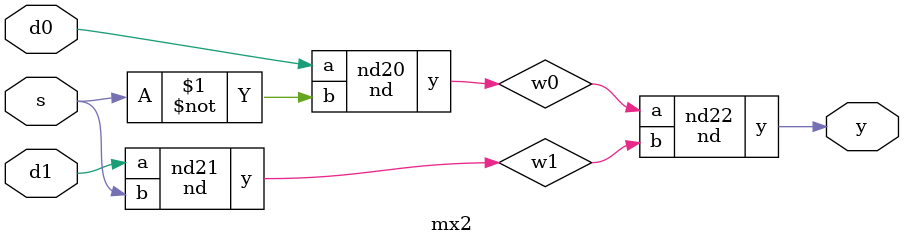
<source format=v>
module nd(y,a,b);
	input a, b;
	output y;
	
assign y=~(a&b);

endmodule



module mx2(y, d0, d1, s);
	input d0, d1, s;
	output y;
	
nd nd20 (.y(w0), .a(d0), .b(~s));
nd nd21 (.y(w1), .a(d1), .b(s));
nd nd22 (y, w0, w1);

endmodule

</source>
